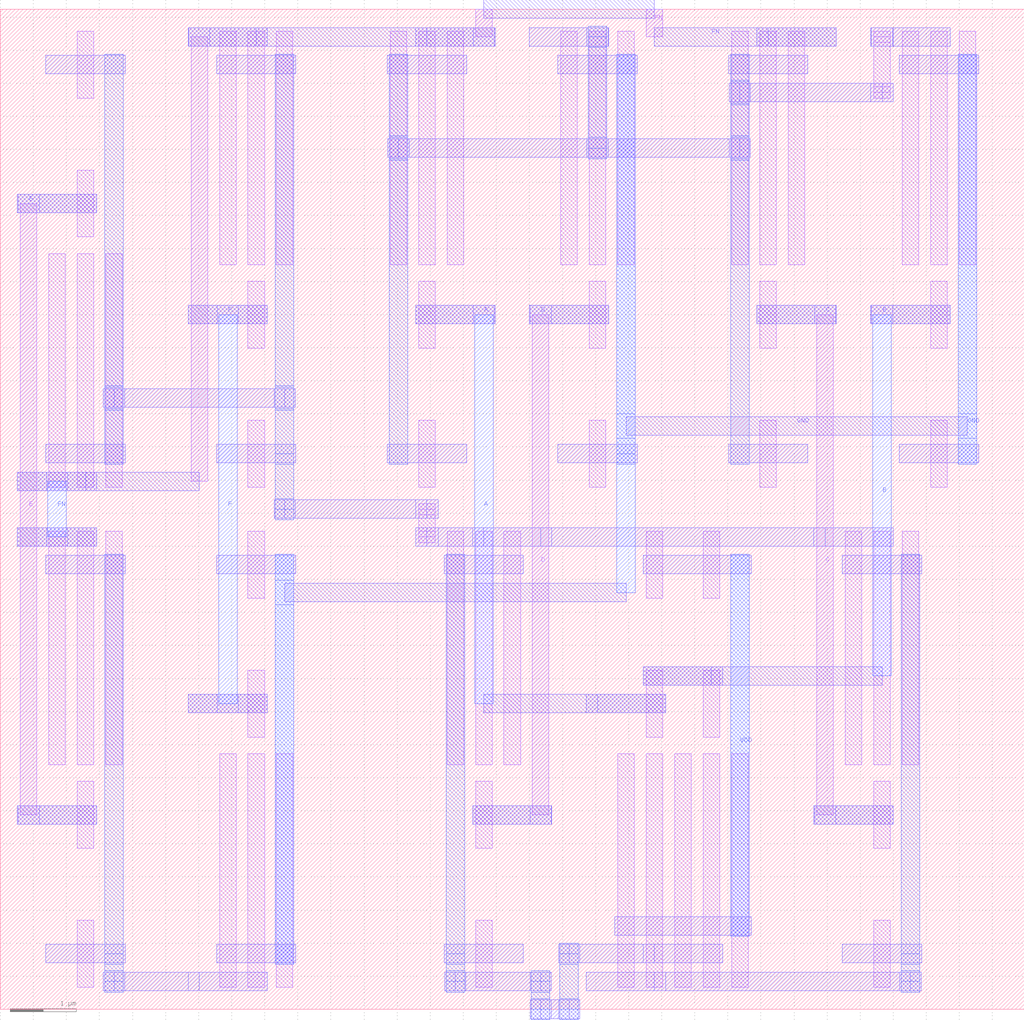
<source format=lef>
MACRO FUNCTION
  ORIGIN 0 0 ;
  FOREIGN FUNCTION 0 0 ;
  SIZE 15.48 BY 15.12 ;
  PIN E
    DIRECTION INOUT ;
    USE SIGNAL ;
    PORT 
      LAYER M2 ;
        RECT 0.26 2.8 1.46 3.08 ;
      LAYER M2 ;
        RECT 0.26 12.04 1.46 12.32 ;
      LAYER M2 ;
        RECT 0.27 2.8 0.59 3.08 ;
      LAYER M1 ;
        RECT 0.305 2.94 0.555 12.18 ;
      LAYER M2 ;
        RECT 0.27 12.04 0.59 12.32 ;
    END
  END E
  PIN FN
    DIRECTION INOUT ;
    USE SIGNAL ;
    PORT 
      LAYER M2 ;
        RECT 0.26 7 1.46 7.28 ;
      LAYER M2 ;
        RECT 0.26 7.84 1.46 8.12 ;
      LAYER M2 ;
        RECT 0.7 7 1.02 7.28 ;
      LAYER M3 ;
        RECT 0.72 7.14 1 7.98 ;
      LAYER M2 ;
        RECT 0.7 7.84 1.02 8.12 ;
      LAYER M2 ;
        RECT 2.84 14.56 4.04 14.84 ;
      LAYER M2 ;
        RECT 6.28 14.56 7.48 14.84 ;
      LAYER M2 ;
        RECT 11.44 14.56 12.64 14.84 ;
      LAYER M2 ;
        RECT 1.29 7.84 3.01 8.12 ;
      LAYER M1 ;
        RECT 2.885 7.98 3.135 14.7 ;
      LAYER M2 ;
        RECT 2.85 14.56 3.17 14.84 ;
      LAYER M2 ;
        RECT 3.87 14.56 6.45 14.84 ;
      LAYER M2 ;
        RECT 7.15 14.56 7.47 14.84 ;
      LAYER M1 ;
        RECT 7.185 14.7 7.435 15.12 ;
      LAYER M2 ;
        RECT 7.31 14.98 9.89 15.26 ;
      LAYER M1 ;
        RECT 9.765 14.7 10.015 15.12 ;
      LAYER M2 ;
        RECT 9.89 14.56 11.61 14.84 ;
    END
  END FN
  PIN A
    DIRECTION INOUT ;
    USE SIGNAL ;
    PORT 
      LAYER M2 ;
        RECT 8.86 4.48 10.06 4.76 ;
      LAYER M2 ;
        RECT 6.28 10.36 7.48 10.64 ;
      LAYER M2 ;
        RECT 7.31 4.48 9.03 4.76 ;
      LAYER M3 ;
        RECT 7.17 4.62 7.45 10.5 ;
      LAYER M2 ;
        RECT 7.15 10.36 7.47 10.64 ;
    END
  END A
  PIN B
    DIRECTION INOUT ;
    USE SIGNAL ;
    PORT 
      LAYER M2 ;
        RECT 9.72 4.9 10.92 5.18 ;
      LAYER M2 ;
        RECT 13.16 10.36 14.36 10.64 ;
      LAYER M2 ;
        RECT 10.75 4.9 13.33 5.18 ;
      LAYER M3 ;
        RECT 13.19 5.04 13.47 10.5 ;
      LAYER M2 ;
        RECT 13.17 10.36 13.49 10.64 ;
    END
  END B
  PIN VDD
    DIRECTION INOUT ;
    USE SIGNAL ;
    PORT 
      LAYER M3 ;
        RECT 11.04 1.1 11.32 6.88 ;
    END
  END VDD
  PIN GND
    DIRECTION INOUT ;
    USE SIGNAL ;
    PORT 
      LAYER M3 ;
        RECT 4.16 0.68 4.44 6.88 ;
      LAYER M3 ;
        RECT 9.32 8.24 9.6 14.44 ;
      LAYER M3 ;
        RECT 14.48 8.24 14.76 14.44 ;
      LAYER M3 ;
        RECT 4.16 6.115 4.44 6.485 ;
      LAYER M2 ;
        RECT 4.3 6.16 9.46 6.44 ;
      LAYER M3 ;
        RECT 9.32 6.3 9.6 8.4 ;
      LAYER M3 ;
        RECT 9.32 8.635 9.6 9.005 ;
      LAYER M2 ;
        RECT 9.46 8.68 14.62 8.96 ;
      LAYER M3 ;
        RECT 14.48 8.635 14.76 9.005 ;
    END
  END GND
  PIN D
    DIRECTION INOUT ;
    USE SIGNAL ;
    PORT 
      LAYER M2 ;
        RECT 7.14 2.8 8.34 3.08 ;
      LAYER M2 ;
        RECT 8 10.36 9.2 10.64 ;
      LAYER M2 ;
        RECT 8.01 2.8 8.33 3.08 ;
      LAYER M1 ;
        RECT 8.045 2.94 8.295 10.5 ;
      LAYER M2 ;
        RECT 8.01 10.36 8.33 10.64 ;
    END
  END D
  PIN F
    DIRECTION INOUT ;
    USE SIGNAL ;
    PORT 
      LAYER M2 ;
        RECT 2.84 4.48 4.04 4.76 ;
      LAYER M2 ;
        RECT 2.84 10.36 4.04 10.64 ;
      LAYER M2 ;
        RECT 3.28 4.48 3.6 4.76 ;
      LAYER M3 ;
        RECT 3.3 4.62 3.58 10.5 ;
      LAYER M2 ;
        RECT 3.28 10.36 3.6 10.64 ;
    END
  END F
  PIN C
    DIRECTION INOUT ;
    USE SIGNAL ;
    PORT 
      LAYER M2 ;
        RECT 12.3 2.8 13.5 3.08 ;
      LAYER M2 ;
        RECT 11.44 10.36 12.64 10.64 ;
      LAYER M2 ;
        RECT 12.31 2.8 12.63 3.08 ;
      LAYER M1 ;
        RECT 12.345 2.94 12.595 10.5 ;
      LAYER M2 ;
        RECT 12.31 10.36 12.63 10.64 ;
    END
  END C
  OBS 
  LAYER M2 ;
        RECT 2.84 0.28 4.04 0.56 ;
  LAYER M3 ;
        RECT 1.58 0.68 1.86 6.88 ;
  LAYER M2 ;
        RECT 1.72 0.28 3.01 0.56 ;
  LAYER M3 ;
        RECT 1.58 0.42 1.86 0.84 ;
  LAYER M2 ;
        RECT 1.56 0.28 1.88 0.56 ;
  LAYER M3 ;
        RECT 1.58 0.26 1.86 0.58 ;
  LAYER M2 ;
        RECT 1.56 0.28 1.88 0.56 ;
  LAYER M3 ;
        RECT 1.58 0.26 1.86 0.58 ;
  LAYER M3 ;
        RECT 1.58 8.24 1.86 14.44 ;
  LAYER M3 ;
        RECT 4.16 8.24 4.44 14.44 ;
  LAYER M2 ;
        RECT 7.14 7 8.34 7.28 ;
  LAYER M2 ;
        RECT 12.3 7 13.5 7.28 ;
  LAYER M3 ;
        RECT 1.58 9.055 1.86 9.425 ;
  LAYER M2 ;
        RECT 1.72 9.1 4.3 9.38 ;
  LAYER M3 ;
        RECT 4.16 9.055 4.44 9.425 ;
  LAYER M3 ;
        RECT 4.16 7.56 4.44 8.4 ;
  LAYER M2 ;
        RECT 4.3 7.42 6.45 7.7 ;
  LAYER M1 ;
        RECT 6.325 7.14 6.575 7.56 ;
  LAYER M2 ;
        RECT 6.45 7 7.31 7.28 ;
  LAYER M2 ;
        RECT 8.17 7 12.47 7.28 ;
  LAYER M2 ;
        RECT 1.56 9.1 1.88 9.38 ;
  LAYER M3 ;
        RECT 1.58 9.08 1.86 9.4 ;
  LAYER M2 ;
        RECT 4.14 9.1 4.46 9.38 ;
  LAYER M3 ;
        RECT 4.16 9.08 4.44 9.4 ;
  LAYER M2 ;
        RECT 1.56 9.1 1.88 9.38 ;
  LAYER M3 ;
        RECT 1.58 9.08 1.86 9.4 ;
  LAYER M2 ;
        RECT 4.14 9.1 4.46 9.38 ;
  LAYER M3 ;
        RECT 4.16 9.08 4.44 9.4 ;
  LAYER M1 ;
        RECT 6.325 7.055 6.575 7.225 ;
  LAYER M2 ;
        RECT 6.28 7 6.62 7.28 ;
  LAYER M1 ;
        RECT 6.325 7.475 6.575 7.645 ;
  LAYER M2 ;
        RECT 6.28 7.42 6.62 7.7 ;
  LAYER M2 ;
        RECT 1.56 9.1 1.88 9.38 ;
  LAYER M3 ;
        RECT 1.58 9.08 1.86 9.4 ;
  LAYER M2 ;
        RECT 4.14 7.42 4.46 7.7 ;
  LAYER M3 ;
        RECT 4.16 7.4 4.44 7.72 ;
  LAYER M2 ;
        RECT 4.14 9.1 4.46 9.38 ;
  LAYER M3 ;
        RECT 4.16 9.08 4.44 9.4 ;
  LAYER M1 ;
        RECT 6.325 7.055 6.575 7.225 ;
  LAYER M2 ;
        RECT 6.28 7 6.62 7.28 ;
  LAYER M1 ;
        RECT 6.325 7.475 6.575 7.645 ;
  LAYER M2 ;
        RECT 6.28 7.42 6.62 7.7 ;
  LAYER M2 ;
        RECT 1.56 9.1 1.88 9.38 ;
  LAYER M3 ;
        RECT 1.58 9.08 1.86 9.4 ;
  LAYER M2 ;
        RECT 4.14 7.42 4.46 7.7 ;
  LAYER M3 ;
        RECT 4.16 7.4 4.44 7.72 ;
  LAYER M2 ;
        RECT 4.14 9.1 4.46 9.38 ;
  LAYER M3 ;
        RECT 4.16 9.08 4.44 9.4 ;
  LAYER M1 ;
        RECT 6.325 7.055 6.575 7.225 ;
  LAYER M2 ;
        RECT 6.28 7 6.62 7.28 ;
  LAYER M1 ;
        RECT 6.325 7.475 6.575 7.645 ;
  LAYER M2 ;
        RECT 6.28 7.42 6.62 7.7 ;
  LAYER M2 ;
        RECT 1.56 9.1 1.88 9.38 ;
  LAYER M3 ;
        RECT 1.58 9.08 1.86 9.4 ;
  LAYER M2 ;
        RECT 4.14 7.42 4.46 7.7 ;
  LAYER M3 ;
        RECT 4.16 7.4 4.44 7.72 ;
  LAYER M2 ;
        RECT 4.14 9.1 4.46 9.38 ;
  LAYER M3 ;
        RECT 4.16 9.08 4.44 9.4 ;
  LAYER M1 ;
        RECT 6.325 7.055 6.575 7.225 ;
  LAYER M2 ;
        RECT 6.28 7 6.62 7.28 ;
  LAYER M1 ;
        RECT 6.325 7.475 6.575 7.645 ;
  LAYER M2 ;
        RECT 6.28 7.42 6.62 7.7 ;
  LAYER M2 ;
        RECT 1.56 9.1 1.88 9.38 ;
  LAYER M3 ;
        RECT 1.58 9.08 1.86 9.4 ;
  LAYER M2 ;
        RECT 4.14 7.42 4.46 7.7 ;
  LAYER M3 ;
        RECT 4.16 7.4 4.44 7.72 ;
  LAYER M2 ;
        RECT 4.14 9.1 4.46 9.38 ;
  LAYER M3 ;
        RECT 4.16 9.08 4.44 9.4 ;
  LAYER M2 ;
        RECT 8.86 0.28 10.06 0.56 ;
  LAYER M3 ;
        RECT 13.62 0.68 13.9 6.88 ;
  LAYER M2 ;
        RECT 9.89 0.28 13.76 0.56 ;
  LAYER M3 ;
        RECT 13.62 0.42 13.9 0.84 ;
  LAYER M2 ;
        RECT 13.6 0.28 13.92 0.56 ;
  LAYER M3 ;
        RECT 13.62 0.26 13.9 0.58 ;
  LAYER M2 ;
        RECT 13.6 0.28 13.92 0.56 ;
  LAYER M3 ;
        RECT 13.62 0.26 13.9 0.58 ;
  LAYER M2 ;
        RECT 9.72 0.7 10.92 0.98 ;
  LAYER M3 ;
        RECT 6.74 0.68 7.02 6.88 ;
  LAYER M2 ;
        RECT 8.6 0.7 9.89 0.98 ;
  LAYER M3 ;
        RECT 8.46 0 8.74 0.84 ;
  LAYER M2 ;
        RECT 8.17 -0.14 8.6 0.14 ;
  LAYER M3 ;
        RECT 8.03 0 8.31 0.42 ;
  LAYER M2 ;
        RECT 6.88 0.28 8.17 0.56 ;
  LAYER M3 ;
        RECT 6.74 0.42 7.02 0.84 ;
  LAYER M2 ;
        RECT 6.72 0.28 7.04 0.56 ;
  LAYER M3 ;
        RECT 6.74 0.26 7.02 0.58 ;
  LAYER M2 ;
        RECT 8.01 -0.14 8.33 0.14 ;
  LAYER M3 ;
        RECT 8.03 -0.16 8.31 0.16 ;
  LAYER M2 ;
        RECT 8.01 0.28 8.33 0.56 ;
  LAYER M3 ;
        RECT 8.03 0.26 8.31 0.58 ;
  LAYER M2 ;
        RECT 8.44 -0.14 8.76 0.14 ;
  LAYER M3 ;
        RECT 8.46 -0.16 8.74 0.16 ;
  LAYER M2 ;
        RECT 8.44 0.7 8.76 0.98 ;
  LAYER M3 ;
        RECT 8.46 0.68 8.74 1 ;
  LAYER M2 ;
        RECT 6.72 0.28 7.04 0.56 ;
  LAYER M3 ;
        RECT 6.74 0.26 7.02 0.58 ;
  LAYER M2 ;
        RECT 8.01 -0.14 8.33 0.14 ;
  LAYER M3 ;
        RECT 8.03 -0.16 8.31 0.16 ;
  LAYER M2 ;
        RECT 8.01 0.28 8.33 0.56 ;
  LAYER M3 ;
        RECT 8.03 0.26 8.31 0.58 ;
  LAYER M2 ;
        RECT 8.44 -0.14 8.76 0.14 ;
  LAYER M3 ;
        RECT 8.46 -0.16 8.74 0.16 ;
  LAYER M2 ;
        RECT 8.44 0.7 8.76 0.98 ;
  LAYER M3 ;
        RECT 8.46 0.68 8.74 1 ;
  LAYER M3 ;
        RECT 5.88 8.24 6.16 14.44 ;
  LAYER M3 ;
        RECT 11.04 8.24 11.32 14.44 ;
  LAYER M2 ;
        RECT 8 14.56 9.2 14.84 ;
  LAYER M2 ;
        RECT 13.16 14.56 14.36 14.84 ;
  LAYER M3 ;
        RECT 5.88 12.835 6.16 13.205 ;
  LAYER M2 ;
        RECT 6.02 12.88 11.18 13.16 ;
  LAYER M3 ;
        RECT 11.04 12.835 11.32 13.205 ;
  LAYER M2 ;
        RECT 8.87 12.88 9.19 13.16 ;
  LAYER M3 ;
        RECT 8.89 13.02 9.17 14.7 ;
  LAYER M2 ;
        RECT 8.87 14.56 9.19 14.84 ;
  LAYER M3 ;
        RECT 11.04 13.675 11.32 14.045 ;
  LAYER M2 ;
        RECT 11.18 13.72 13.33 14 ;
  LAYER M1 ;
        RECT 13.205 13.86 13.455 14.7 ;
  LAYER M2 ;
        RECT 13.17 14.56 13.49 14.84 ;
  LAYER M2 ;
        RECT 5.86 12.88 6.18 13.16 ;
  LAYER M3 ;
        RECT 5.88 12.86 6.16 13.18 ;
  LAYER M2 ;
        RECT 11.02 12.88 11.34 13.16 ;
  LAYER M3 ;
        RECT 11.04 12.86 11.32 13.18 ;
  LAYER M2 ;
        RECT 5.86 12.88 6.18 13.16 ;
  LAYER M3 ;
        RECT 5.88 12.86 6.16 13.18 ;
  LAYER M2 ;
        RECT 11.02 12.88 11.34 13.16 ;
  LAYER M3 ;
        RECT 11.04 12.86 11.32 13.18 ;
  LAYER M2 ;
        RECT 5.86 12.88 6.18 13.16 ;
  LAYER M3 ;
        RECT 5.88 12.86 6.16 13.18 ;
  LAYER M2 ;
        RECT 8.87 12.88 9.19 13.16 ;
  LAYER M3 ;
        RECT 8.89 12.86 9.17 13.18 ;
  LAYER M2 ;
        RECT 8.87 14.56 9.19 14.84 ;
  LAYER M3 ;
        RECT 8.89 14.54 9.17 14.86 ;
  LAYER M2 ;
        RECT 11.02 12.88 11.34 13.16 ;
  LAYER M3 ;
        RECT 11.04 12.86 11.32 13.18 ;
  LAYER M2 ;
        RECT 5.86 12.88 6.18 13.16 ;
  LAYER M3 ;
        RECT 5.88 12.86 6.16 13.18 ;
  LAYER M2 ;
        RECT 8.87 12.88 9.19 13.16 ;
  LAYER M3 ;
        RECT 8.89 12.86 9.17 13.18 ;
  LAYER M2 ;
        RECT 8.87 14.56 9.19 14.84 ;
  LAYER M3 ;
        RECT 8.89 14.54 9.17 14.86 ;
  LAYER M2 ;
        RECT 11.02 12.88 11.34 13.16 ;
  LAYER M3 ;
        RECT 11.04 12.86 11.32 13.18 ;
  LAYER M1 ;
        RECT 13.205 13.775 13.455 13.945 ;
  LAYER M2 ;
        RECT 13.16 13.72 13.5 14 ;
  LAYER M1 ;
        RECT 13.205 14.615 13.455 14.785 ;
  LAYER M2 ;
        RECT 13.16 14.56 13.5 14.84 ;
  LAYER M2 ;
        RECT 5.86 12.88 6.18 13.16 ;
  LAYER M3 ;
        RECT 5.88 12.86 6.16 13.18 ;
  LAYER M2 ;
        RECT 8.87 12.88 9.19 13.16 ;
  LAYER M3 ;
        RECT 8.89 12.86 9.17 13.18 ;
  LAYER M2 ;
        RECT 8.87 14.56 9.19 14.84 ;
  LAYER M3 ;
        RECT 8.89 14.54 9.17 14.86 ;
  LAYER M2 ;
        RECT 11.02 12.88 11.34 13.16 ;
  LAYER M3 ;
        RECT 11.04 12.86 11.32 13.18 ;
  LAYER M2 ;
        RECT 11.02 13.72 11.34 14 ;
  LAYER M3 ;
        RECT 11.04 13.7 11.32 14.02 ;
  LAYER M1 ;
        RECT 13.205 13.775 13.455 13.945 ;
  LAYER M2 ;
        RECT 13.16 13.72 13.5 14 ;
  LAYER M1 ;
        RECT 13.205 14.615 13.455 14.785 ;
  LAYER M2 ;
        RECT 13.16 14.56 13.5 14.84 ;
  LAYER M2 ;
        RECT 5.86 12.88 6.18 13.16 ;
  LAYER M3 ;
        RECT 5.88 12.86 6.16 13.18 ;
  LAYER M2 ;
        RECT 8.87 12.88 9.19 13.16 ;
  LAYER M3 ;
        RECT 8.89 12.86 9.17 13.18 ;
  LAYER M2 ;
        RECT 8.87 14.56 9.19 14.84 ;
  LAYER M3 ;
        RECT 8.89 14.54 9.17 14.86 ;
  LAYER M2 ;
        RECT 11.02 12.88 11.34 13.16 ;
  LAYER M3 ;
        RECT 11.04 12.86 11.32 13.18 ;
  LAYER M2 ;
        RECT 11.02 13.72 11.34 14 ;
  LAYER M3 ;
        RECT 11.04 13.7 11.32 14.02 ;
  LAYER M1 ;
        RECT 1.165 3.695 1.415 7.225 ;
  LAYER M1 ;
        RECT 1.165 2.435 1.415 3.445 ;
  LAYER M1 ;
        RECT 1.165 0.335 1.415 1.345 ;
  LAYER M1 ;
        RECT 0.735 3.695 0.985 7.225 ;
  LAYER M1 ;
        RECT 1.595 3.695 1.845 7.225 ;
  LAYER M2 ;
        RECT 0.69 0.7 1.89 0.98 ;
  LAYER M2 ;
        RECT 0.69 6.58 1.89 6.86 ;
  LAYER M2 ;
        RECT 0.26 7 1.46 7.28 ;
  LAYER M2 ;
        RECT 0.26 2.8 1.46 3.08 ;
  LAYER M3 ;
        RECT 1.58 0.68 1.86 6.88 ;
  LAYER M1 ;
        RECT 1.165 7.895 1.415 11.425 ;
  LAYER M1 ;
        RECT 1.165 11.675 1.415 12.685 ;
  LAYER M1 ;
        RECT 1.165 13.775 1.415 14.785 ;
  LAYER M1 ;
        RECT 0.735 7.895 0.985 11.425 ;
  LAYER M1 ;
        RECT 1.595 7.895 1.845 11.425 ;
  LAYER M2 ;
        RECT 0.69 14.14 1.89 14.42 ;
  LAYER M2 ;
        RECT 0.69 8.26 1.89 8.54 ;
  LAYER M2 ;
        RECT 0.26 7.84 1.46 8.12 ;
  LAYER M2 ;
        RECT 0.26 12.04 1.46 12.32 ;
  LAYER M3 ;
        RECT 1.58 8.24 1.86 14.44 ;
  LAYER M1 ;
        RECT 9.765 0.335 10.015 3.865 ;
  LAYER M1 ;
        RECT 9.765 4.115 10.015 5.125 ;
  LAYER M1 ;
        RECT 9.765 6.215 10.015 7.225 ;
  LAYER M1 ;
        RECT 9.335 0.335 9.585 3.865 ;
  LAYER M1 ;
        RECT 10.195 0.335 10.445 3.865 ;
  LAYER M1 ;
        RECT 10.625 0.335 10.875 3.865 ;
  LAYER M1 ;
        RECT 10.625 4.115 10.875 5.125 ;
  LAYER M1 ;
        RECT 10.625 6.215 10.875 7.225 ;
  LAYER M1 ;
        RECT 11.055 0.335 11.305 3.865 ;
  LAYER M2 ;
        RECT 9.72 6.58 11.35 6.86 ;
  LAYER M2 ;
        RECT 9.29 1.12 11.35 1.4 ;
  LAYER M2 ;
        RECT 8.86 0.28 10.06 0.56 ;
  LAYER M2 ;
        RECT 9.72 0.7 10.92 0.98 ;
  LAYER M2 ;
        RECT 8.86 4.48 10.06 4.76 ;
  LAYER M2 ;
        RECT 9.72 4.9 10.92 5.18 ;
  LAYER M3 ;
        RECT 11.04 1.1 11.32 6.88 ;
  LAYER M1 ;
        RECT 14.065 11.255 14.315 14.785 ;
  LAYER M1 ;
        RECT 14.065 9.995 14.315 11.005 ;
  LAYER M1 ;
        RECT 14.065 7.895 14.315 8.905 ;
  LAYER M1 ;
        RECT 13.635 11.255 13.885 14.785 ;
  LAYER M1 ;
        RECT 14.495 11.255 14.745 14.785 ;
  LAYER M2 ;
        RECT 13.59 8.26 14.79 8.54 ;
  LAYER M2 ;
        RECT 13.59 14.14 14.79 14.42 ;
  LAYER M2 ;
        RECT 13.16 14.56 14.36 14.84 ;
  LAYER M2 ;
        RECT 13.16 10.36 14.36 10.64 ;
  LAYER M3 ;
        RECT 14.48 8.24 14.76 14.44 ;
  LAYER M1 ;
        RECT 8.905 11.255 9.155 14.785 ;
  LAYER M1 ;
        RECT 8.905 9.995 9.155 11.005 ;
  LAYER M1 ;
        RECT 8.905 7.895 9.155 8.905 ;
  LAYER M1 ;
        RECT 8.475 11.255 8.725 14.785 ;
  LAYER M1 ;
        RECT 9.335 11.255 9.585 14.785 ;
  LAYER M2 ;
        RECT 8.43 8.26 9.63 8.54 ;
  LAYER M2 ;
        RECT 8.43 14.14 9.63 14.42 ;
  LAYER M2 ;
        RECT 8 14.56 9.2 14.84 ;
  LAYER M2 ;
        RECT 8 10.36 9.2 10.64 ;
  LAYER M3 ;
        RECT 9.32 8.24 9.6 14.44 ;
  LAYER M1 ;
        RECT 3.745 0.335 3.995 3.865 ;
  LAYER M1 ;
        RECT 3.745 4.115 3.995 5.125 ;
  LAYER M1 ;
        RECT 3.745 6.215 3.995 7.225 ;
  LAYER M1 ;
        RECT 3.315 0.335 3.565 3.865 ;
  LAYER M1 ;
        RECT 4.175 0.335 4.425 3.865 ;
  LAYER M2 ;
        RECT 3.27 6.58 4.47 6.86 ;
  LAYER M2 ;
        RECT 3.27 0.7 4.47 0.98 ;
  LAYER M2 ;
        RECT 2.84 0.28 4.04 0.56 ;
  LAYER M2 ;
        RECT 2.84 4.48 4.04 4.76 ;
  LAYER M3 ;
        RECT 4.16 0.68 4.44 6.88 ;
  LAYER M1 ;
        RECT 6.325 11.255 6.575 14.785 ;
  LAYER M1 ;
        RECT 6.325 9.995 6.575 11.005 ;
  LAYER M1 ;
        RECT 6.325 7.895 6.575 8.905 ;
  LAYER M1 ;
        RECT 6.755 11.255 7.005 14.785 ;
  LAYER M1 ;
        RECT 5.895 11.255 6.145 14.785 ;
  LAYER M2 ;
        RECT 5.85 8.26 7.05 8.54 ;
  LAYER M2 ;
        RECT 5.85 14.14 7.05 14.42 ;
  LAYER M2 ;
        RECT 6.28 14.56 7.48 14.84 ;
  LAYER M2 ;
        RECT 6.28 10.36 7.48 10.64 ;
  LAYER M3 ;
        RECT 5.88 8.24 6.16 14.44 ;
  LAYER M1 ;
        RECT 11.485 11.255 11.735 14.785 ;
  LAYER M1 ;
        RECT 11.485 9.995 11.735 11.005 ;
  LAYER M1 ;
        RECT 11.485 7.895 11.735 8.905 ;
  LAYER M1 ;
        RECT 11.915 11.255 12.165 14.785 ;
  LAYER M1 ;
        RECT 11.055 11.255 11.305 14.785 ;
  LAYER M2 ;
        RECT 11.01 8.26 12.21 8.54 ;
  LAYER M2 ;
        RECT 11.01 14.14 12.21 14.42 ;
  LAYER M2 ;
        RECT 11.44 14.56 12.64 14.84 ;
  LAYER M2 ;
        RECT 11.44 10.36 12.64 10.64 ;
  LAYER M3 ;
        RECT 11.04 8.24 11.32 14.44 ;
  LAYER M1 ;
        RECT 13.205 3.695 13.455 7.225 ;
  LAYER M1 ;
        RECT 13.205 2.435 13.455 3.445 ;
  LAYER M1 ;
        RECT 13.205 0.335 13.455 1.345 ;
  LAYER M1 ;
        RECT 12.775 3.695 13.025 7.225 ;
  LAYER M1 ;
        RECT 13.635 3.695 13.885 7.225 ;
  LAYER M2 ;
        RECT 12.73 0.7 13.93 0.98 ;
  LAYER M2 ;
        RECT 12.73 6.58 13.93 6.86 ;
  LAYER M2 ;
        RECT 12.3 7 13.5 7.28 ;
  LAYER M2 ;
        RECT 12.3 2.8 13.5 3.08 ;
  LAYER M3 ;
        RECT 13.62 0.68 13.9 6.88 ;
  LAYER M1 ;
        RECT 7.185 3.695 7.435 7.225 ;
  LAYER M1 ;
        RECT 7.185 2.435 7.435 3.445 ;
  LAYER M1 ;
        RECT 7.185 0.335 7.435 1.345 ;
  LAYER M1 ;
        RECT 7.615 3.695 7.865 7.225 ;
  LAYER M1 ;
        RECT 6.755 3.695 7.005 7.225 ;
  LAYER M2 ;
        RECT 6.71 0.7 7.91 0.98 ;
  LAYER M2 ;
        RECT 6.71 6.58 7.91 6.86 ;
  LAYER M2 ;
        RECT 7.14 7 8.34 7.28 ;
  LAYER M2 ;
        RECT 7.14 2.8 8.34 3.08 ;
  LAYER M3 ;
        RECT 6.74 0.68 7.02 6.88 ;
  LAYER M1 ;
        RECT 3.745 11.255 3.995 14.785 ;
  LAYER M1 ;
        RECT 3.745 9.995 3.995 11.005 ;
  LAYER M1 ;
        RECT 3.745 7.895 3.995 8.905 ;
  LAYER M1 ;
        RECT 3.315 11.255 3.565 14.785 ;
  LAYER M1 ;
        RECT 4.175 11.255 4.425 14.785 ;
  LAYER M2 ;
        RECT 3.27 8.26 4.47 8.54 ;
  LAYER M2 ;
        RECT 3.27 14.14 4.47 14.42 ;
  LAYER M2 ;
        RECT 2.84 14.56 4.04 14.84 ;
  LAYER M2 ;
        RECT 2.84 10.36 4.04 10.64 ;
  LAYER M3 ;
        RECT 4.16 8.24 4.44 14.44 ;
  END 
END FUNCTION

</source>
